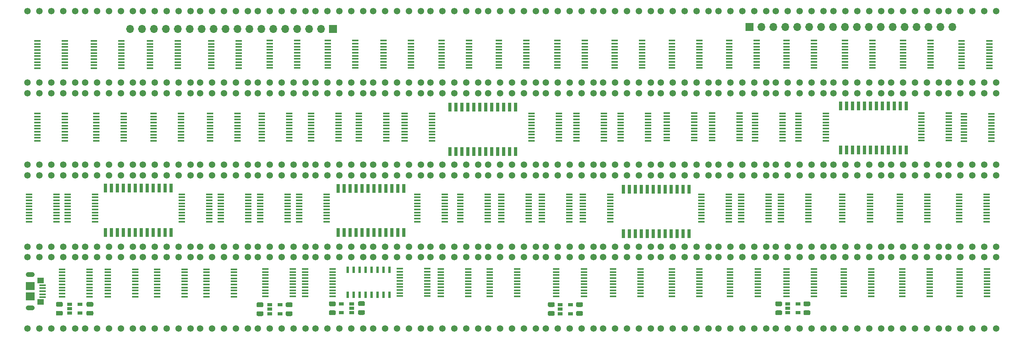
<source format=gbr>
%TF.GenerationSoftware,KiCad,Pcbnew,(5.1.10)-1*%
%TF.CreationDate,2022-03-07T16:55:32-05:00*%
%TF.ProjectId,ManySegmentDisplay,4d616e79-5365-4676-9d65-6e7444697370,rev?*%
%TF.SameCoordinates,Original*%
%TF.FileFunction,Soldermask,Bot*%
%TF.FilePolarity,Negative*%
%FSLAX46Y46*%
G04 Gerber Fmt 4.6, Leading zero omitted, Abs format (unit mm)*
G04 Created by KiCad (PCBNEW (5.1.10)-1) date 2022-03-07 16:55:32*
%MOMM*%
%LPD*%
G01*
G04 APERTURE LIST*
%ADD10R,1.454899X0.354800*%
%ADD11C,1.381000*%
%ADD12R,1.060000X0.650000*%
%ADD13R,1.450000X1.150000*%
%ADD14O,1.900000X1.050000*%
%ADD15R,1.900000X1.750000*%
%ADD16R,1.400000X0.400000*%
%ADD17O,1.700000X1.700000*%
%ADD18R,1.700000X1.700000*%
%ADD19R,0.508000X1.409700*%
%ADD20R,0.700000X1.950000*%
G04 APERTURE END LIST*
D10*
%TO.C,LA52*%
X216155452Y-77235002D03*
X216155452Y-77885001D03*
X216155452Y-78535002D03*
X216155452Y-79185001D03*
X216155452Y-79835002D03*
X216155452Y-80485001D03*
X216155452Y-81135002D03*
X216155452Y-81785001D03*
X216155452Y-82435002D03*
X216155452Y-83085000D03*
X222004548Y-83084998D03*
X222004548Y-82434999D03*
X222004548Y-81784998D03*
X222004548Y-81134999D03*
X222004548Y-80484998D03*
X222004548Y-79834999D03*
X222004548Y-79185001D03*
X222004548Y-78534999D03*
X222004548Y-77885001D03*
X222004548Y-77235000D03*
%TD*%
D11*
%TO.C,DS32*%
X152630000Y-70970000D03*
X155170000Y-70970000D03*
X157710000Y-70970000D03*
X160250000Y-70970000D03*
X162790000Y-70970000D03*
X162790000Y-86210000D03*
X160250000Y-86210000D03*
X157710000Y-86210000D03*
X155170000Y-86210000D03*
X152630000Y-86210000D03*
%TD*%
D10*
%TO.C,LA23*%
X113705452Y-125960000D03*
X113705452Y-126609999D03*
X113705452Y-127260000D03*
X113705452Y-127909999D03*
X113705452Y-128560000D03*
X113705452Y-129209999D03*
X113705452Y-129860000D03*
X113705452Y-130509999D03*
X113705452Y-131160000D03*
X113705452Y-131809998D03*
X119554548Y-131809996D03*
X119554548Y-131159997D03*
X119554548Y-130509996D03*
X119554548Y-129859997D03*
X119554548Y-129209996D03*
X119554548Y-128559997D03*
X119554548Y-127909999D03*
X119554548Y-127259997D03*
X119554548Y-126609999D03*
X119554548Y-125959998D03*
%TD*%
%TO.C,LA8*%
X80705452Y-77285002D03*
X80705452Y-77935001D03*
X80705452Y-78585002D03*
X80705452Y-79235001D03*
X80705452Y-79885002D03*
X80705452Y-80535001D03*
X80705452Y-81185002D03*
X80705452Y-81835001D03*
X80705452Y-82485002D03*
X80705452Y-83135000D03*
X86554548Y-83134998D03*
X86554548Y-82484999D03*
X86554548Y-81834998D03*
X86554548Y-81184999D03*
X86554548Y-80534998D03*
X86554548Y-79884999D03*
X86554548Y-79235001D03*
X86554548Y-78584999D03*
X86554548Y-77935001D03*
X86554548Y-77285000D03*
%TD*%
D11*
%TO.C,DS6*%
X66880000Y-105970000D03*
X69420000Y-105970000D03*
X71960000Y-105970000D03*
X74500000Y-105970000D03*
X77040000Y-105970000D03*
X77040000Y-121210000D03*
X74500000Y-121210000D03*
X71960000Y-121210000D03*
X69420000Y-121210000D03*
X66880000Y-121210000D03*
%TD*%
%TO.C,DS4*%
X66880000Y-70970000D03*
X69420000Y-70970000D03*
X71960000Y-70970000D03*
X74500000Y-70970000D03*
X77040000Y-70970000D03*
X77040000Y-86210000D03*
X74500000Y-86210000D03*
X71960000Y-86210000D03*
X69420000Y-86210000D03*
X66880000Y-86210000D03*
%TD*%
%TO.C,DS7*%
X66880000Y-123470000D03*
X69420000Y-123470000D03*
X71960000Y-123470000D03*
X74500000Y-123470000D03*
X77040000Y-123470000D03*
X77040000Y-138710000D03*
X74500000Y-138710000D03*
X71960000Y-138710000D03*
X69420000Y-138710000D03*
X66880000Y-138710000D03*
%TD*%
%TO.C,DS3*%
X54630000Y-123470000D03*
X57170000Y-123470000D03*
X59710000Y-123470000D03*
X62250000Y-123470000D03*
X64790000Y-123470000D03*
X64790000Y-138710000D03*
X62250000Y-138710000D03*
X59710000Y-138710000D03*
X57170000Y-138710000D03*
X54630000Y-138710000D03*
%TD*%
D12*
%TO.C,U105*%
X218580000Y-135310000D03*
X218580000Y-133410000D03*
X216380000Y-133410000D03*
X216380000Y-134360000D03*
X216380000Y-135310000D03*
%TD*%
%TO.C,U104*%
X170180000Y-135510000D03*
X170180000Y-133610000D03*
X167980000Y-133610000D03*
X167980000Y-134560000D03*
X167980000Y-135510000D03*
%TD*%
%TO.C,U103*%
X108380000Y-135510000D03*
X108380000Y-133610000D03*
X106180000Y-133610000D03*
X106180000Y-134560000D03*
X106180000Y-135510000D03*
%TD*%
%TO.C,U102*%
X65730000Y-135410000D03*
X65730000Y-133510000D03*
X63530000Y-133510000D03*
X63530000Y-134460000D03*
X63530000Y-135410000D03*
%TD*%
%TO.C,U101*%
X121380000Y-133410000D03*
X121380000Y-135310000D03*
X123580000Y-135310000D03*
X123580000Y-134360000D03*
X123580000Y-133410000D03*
%TD*%
D10*
%TO.C,LA67*%
X252955452Y-125960000D03*
X252955452Y-126609999D03*
X252955452Y-127260000D03*
X252955452Y-127909999D03*
X252955452Y-128560000D03*
X252955452Y-129209999D03*
X252955452Y-129860000D03*
X252955452Y-130509999D03*
X252955452Y-131160000D03*
X252955452Y-131809998D03*
X258804548Y-131809996D03*
X258804548Y-131159997D03*
X258804548Y-130509996D03*
X258804548Y-129859997D03*
X258804548Y-129209996D03*
X258804548Y-128559997D03*
X258804548Y-127909999D03*
X258804548Y-127259997D03*
X258804548Y-126609999D03*
X258804548Y-125959998D03*
%TD*%
%TO.C,LA66*%
X252880000Y-110035002D03*
X252880000Y-110685001D03*
X252880000Y-111335002D03*
X252880000Y-111985001D03*
X252880000Y-112635002D03*
X252880000Y-113285001D03*
X252880000Y-113935002D03*
X252880000Y-114585001D03*
X252880000Y-115235002D03*
X252880000Y-115885000D03*
X258729096Y-115884998D03*
X258729096Y-115234999D03*
X258729096Y-114584998D03*
X258729096Y-113934999D03*
X258729096Y-113284998D03*
X258729096Y-112634999D03*
X258729096Y-111985001D03*
X258729096Y-111334999D03*
X258729096Y-110685001D03*
X258729096Y-110035000D03*
%TD*%
%TO.C,LA65*%
X253880000Y-92835002D03*
X253880000Y-93485001D03*
X253880000Y-94135002D03*
X253880000Y-94785001D03*
X253880000Y-95435002D03*
X253880000Y-96085001D03*
X253880000Y-96735002D03*
X253880000Y-97385001D03*
X253880000Y-98035002D03*
X253880000Y-98685000D03*
X259729096Y-98684998D03*
X259729096Y-98034999D03*
X259729096Y-97384998D03*
X259729096Y-96734999D03*
X259729096Y-96084998D03*
X259729096Y-95434999D03*
X259729096Y-94785001D03*
X259729096Y-94134999D03*
X259729096Y-93485001D03*
X259729096Y-92835000D03*
%TD*%
%TO.C,LA64*%
X253430904Y-77310001D03*
X253430904Y-77960000D03*
X253430904Y-78610001D03*
X253430904Y-79260000D03*
X253430904Y-79910001D03*
X253430904Y-80560000D03*
X253430904Y-81210001D03*
X253430904Y-81860000D03*
X253430904Y-82510001D03*
X253430904Y-83159999D03*
X259280000Y-83159997D03*
X259280000Y-82509998D03*
X259280000Y-81859997D03*
X259280000Y-81209998D03*
X259280000Y-80559997D03*
X259280000Y-79909998D03*
X259280000Y-79260000D03*
X259280000Y-78609998D03*
X259280000Y-77960000D03*
X259280000Y-77309999D03*
%TD*%
%TO.C,LA63*%
X240755452Y-125960000D03*
X240755452Y-126609999D03*
X240755452Y-127260000D03*
X240755452Y-127909999D03*
X240755452Y-128560000D03*
X240755452Y-129209999D03*
X240755452Y-129860000D03*
X240755452Y-130509999D03*
X240755452Y-131160000D03*
X240755452Y-131809998D03*
X246604548Y-131809996D03*
X246604548Y-131159997D03*
X246604548Y-130509996D03*
X246604548Y-129859997D03*
X246604548Y-129209996D03*
X246604548Y-128559997D03*
X246604548Y-127909999D03*
X246604548Y-127259997D03*
X246604548Y-126609999D03*
X246604548Y-125959998D03*
%TD*%
%TO.C,LA62*%
X240280000Y-110035002D03*
X240280000Y-110685001D03*
X240280000Y-111335002D03*
X240280000Y-111985001D03*
X240280000Y-112635002D03*
X240280000Y-113285001D03*
X240280000Y-113935002D03*
X240280000Y-114585001D03*
X240280000Y-115235002D03*
X240280000Y-115885000D03*
X246129096Y-115884998D03*
X246129096Y-115234999D03*
X246129096Y-114584998D03*
X246129096Y-113934999D03*
X246129096Y-113284998D03*
X246129096Y-112634999D03*
X246129096Y-111985001D03*
X246129096Y-111334999D03*
X246129096Y-110685001D03*
X246129096Y-110035000D03*
%TD*%
%TO.C,LA61*%
X244830904Y-92710001D03*
X244830904Y-93360000D03*
X244830904Y-94010001D03*
X244830904Y-94660000D03*
X244830904Y-95310001D03*
X244830904Y-95960000D03*
X244830904Y-96610001D03*
X244830904Y-97260000D03*
X244830904Y-97910001D03*
X244830904Y-98559999D03*
X250680000Y-98559997D03*
X250680000Y-97909998D03*
X250680000Y-97259997D03*
X250680000Y-96609998D03*
X250680000Y-95959997D03*
X250680000Y-95309998D03*
X250680000Y-94660000D03*
X250680000Y-94009998D03*
X250680000Y-93360000D03*
X250680000Y-92709999D03*
%TD*%
%TO.C,LA60*%
X240955452Y-77235002D03*
X240955452Y-77885001D03*
X240955452Y-78535002D03*
X240955452Y-79185001D03*
X240955452Y-79835002D03*
X240955452Y-80485001D03*
X240955452Y-81135002D03*
X240955452Y-81785001D03*
X240955452Y-82435002D03*
X240955452Y-83085000D03*
X246804548Y-83084998D03*
X246804548Y-82434999D03*
X246804548Y-81784998D03*
X246804548Y-81134999D03*
X246804548Y-80484998D03*
X246804548Y-79834999D03*
X246804548Y-79185001D03*
X246804548Y-78534999D03*
X246804548Y-77885001D03*
X246804548Y-77235000D03*
%TD*%
%TO.C,LA59*%
X228355452Y-125960000D03*
X228355452Y-126609999D03*
X228355452Y-127260000D03*
X228355452Y-127909999D03*
X228355452Y-128560000D03*
X228355452Y-129209999D03*
X228355452Y-129860000D03*
X228355452Y-130509999D03*
X228355452Y-131160000D03*
X228355452Y-131809998D03*
X234204548Y-131809996D03*
X234204548Y-131159997D03*
X234204548Y-130509996D03*
X234204548Y-129859997D03*
X234204548Y-129209996D03*
X234204548Y-128559997D03*
X234204548Y-127909999D03*
X234204548Y-127259997D03*
X234204548Y-126609999D03*
X234204548Y-125959998D03*
%TD*%
%TO.C,LA58*%
X228030904Y-110035002D03*
X228030904Y-110685001D03*
X228030904Y-111335002D03*
X228030904Y-111985001D03*
X228030904Y-112635002D03*
X228030904Y-113285001D03*
X228030904Y-113935002D03*
X228030904Y-114585001D03*
X228030904Y-115235002D03*
X228030904Y-115885000D03*
X233880000Y-115884998D03*
X233880000Y-115234999D03*
X233880000Y-114584998D03*
X233880000Y-113934999D03*
X233880000Y-113284998D03*
X233880000Y-112634999D03*
X233880000Y-111985001D03*
X233880000Y-111334999D03*
X233880000Y-110685001D03*
X233880000Y-110035000D03*
%TD*%
%TO.C,LA57*%
X218680000Y-92760000D03*
X218680000Y-93409999D03*
X218680000Y-94060000D03*
X218680000Y-94709999D03*
X218680000Y-95360000D03*
X218680000Y-96009999D03*
X218680000Y-96660000D03*
X218680000Y-97309999D03*
X218680000Y-97960000D03*
X218680000Y-98609998D03*
X224529096Y-98609996D03*
X224529096Y-97959997D03*
X224529096Y-97309996D03*
X224529096Y-96659997D03*
X224529096Y-96009996D03*
X224529096Y-95359997D03*
X224529096Y-94709999D03*
X224529096Y-94059997D03*
X224529096Y-93409999D03*
X224529096Y-92759998D03*
%TD*%
%TO.C,LA56*%
X228555452Y-77235002D03*
X228555452Y-77885001D03*
X228555452Y-78535002D03*
X228555452Y-79185001D03*
X228555452Y-79835002D03*
X228555452Y-80485001D03*
X228555452Y-81135002D03*
X228555452Y-81785001D03*
X228555452Y-82435002D03*
X228555452Y-83085000D03*
X234404548Y-83084998D03*
X234404548Y-82434999D03*
X234404548Y-81784998D03*
X234404548Y-81134999D03*
X234404548Y-80484998D03*
X234404548Y-79834999D03*
X234404548Y-79185001D03*
X234404548Y-78534999D03*
X234404548Y-77885001D03*
X234404548Y-77235000D03*
%TD*%
%TO.C,LA55*%
X216155452Y-125960000D03*
X216155452Y-126609999D03*
X216155452Y-127260000D03*
X216155452Y-127909999D03*
X216155452Y-128560000D03*
X216155452Y-129209999D03*
X216155452Y-129860000D03*
X216155452Y-130509999D03*
X216155452Y-131160000D03*
X216155452Y-131809998D03*
X222004548Y-131809996D03*
X222004548Y-131159997D03*
X222004548Y-130509996D03*
X222004548Y-129859997D03*
X222004548Y-129209996D03*
X222004548Y-128559997D03*
X222004548Y-127909999D03*
X222004548Y-127259997D03*
X222004548Y-126609999D03*
X222004548Y-125959998D03*
%TD*%
%TO.C,LA54*%
X214955452Y-110035002D03*
X214955452Y-110685001D03*
X214955452Y-111335002D03*
X214955452Y-111985001D03*
X214955452Y-112635002D03*
X214955452Y-113285001D03*
X214955452Y-113935002D03*
X214955452Y-114585001D03*
X214955452Y-115235002D03*
X214955452Y-115885000D03*
X220804548Y-115884998D03*
X220804548Y-115234999D03*
X220804548Y-114584998D03*
X220804548Y-113934999D03*
X220804548Y-113284998D03*
X220804548Y-112634999D03*
X220804548Y-111985001D03*
X220804548Y-111334999D03*
X220804548Y-110685001D03*
X220804548Y-110035000D03*
%TD*%
%TO.C,LA53*%
X209480000Y-92760000D03*
X209480000Y-93409999D03*
X209480000Y-94060000D03*
X209480000Y-94709999D03*
X209480000Y-95360000D03*
X209480000Y-96009999D03*
X209480000Y-96660000D03*
X209480000Y-97309999D03*
X209480000Y-97960000D03*
X209480000Y-98609998D03*
X215329096Y-98609996D03*
X215329096Y-97959997D03*
X215329096Y-97309996D03*
X215329096Y-96659997D03*
X215329096Y-96009996D03*
X215329096Y-95359997D03*
X215329096Y-94709999D03*
X215329096Y-94059997D03*
X215329096Y-93409999D03*
X215329096Y-92759998D03*
%TD*%
%TO.C,LA51*%
X204155452Y-125960000D03*
X204155452Y-126609999D03*
X204155452Y-127260000D03*
X204155452Y-127909999D03*
X204155452Y-128560000D03*
X204155452Y-129209999D03*
X204155452Y-129860000D03*
X204155452Y-130509999D03*
X204155452Y-131160000D03*
X204155452Y-131809998D03*
X210004548Y-131809996D03*
X210004548Y-131159997D03*
X210004548Y-130509996D03*
X210004548Y-129859997D03*
X210004548Y-129209996D03*
X210004548Y-128559997D03*
X210004548Y-127909999D03*
X210004548Y-127259997D03*
X210004548Y-126609999D03*
X210004548Y-125959998D03*
%TD*%
%TO.C,LA50*%
X206480000Y-110035002D03*
X206480000Y-110685001D03*
X206480000Y-111335002D03*
X206480000Y-111985001D03*
X206480000Y-112635002D03*
X206480000Y-113285001D03*
X206480000Y-113935002D03*
X206480000Y-114585001D03*
X206480000Y-115235002D03*
X206480000Y-115885000D03*
X212329096Y-115884998D03*
X212329096Y-115234999D03*
X212329096Y-114584998D03*
X212329096Y-113934999D03*
X212329096Y-113284998D03*
X212329096Y-112634999D03*
X212329096Y-111985001D03*
X212329096Y-111334999D03*
X212329096Y-110685001D03*
X212329096Y-110035000D03*
%TD*%
%TO.C,LA49*%
X200280000Y-92710002D03*
X200280000Y-93360001D03*
X200280000Y-94010002D03*
X200280000Y-94660001D03*
X200280000Y-95310002D03*
X200280000Y-95960001D03*
X200280000Y-96610002D03*
X200280000Y-97260001D03*
X200280000Y-97910002D03*
X200280000Y-98560000D03*
X206129096Y-98559998D03*
X206129096Y-97909999D03*
X206129096Y-97259998D03*
X206129096Y-96609999D03*
X206129096Y-95959998D03*
X206129096Y-95309999D03*
X206129096Y-94660001D03*
X206129096Y-94009999D03*
X206129096Y-93360001D03*
X206129096Y-92710000D03*
%TD*%
%TO.C,LA48*%
X203955452Y-77235002D03*
X203955452Y-77885001D03*
X203955452Y-78535002D03*
X203955452Y-79185001D03*
X203955452Y-79835002D03*
X203955452Y-80485001D03*
X203955452Y-81135002D03*
X203955452Y-81785001D03*
X203955452Y-82435002D03*
X203955452Y-83085000D03*
X209804548Y-83084998D03*
X209804548Y-82434999D03*
X209804548Y-81784998D03*
X209804548Y-81134999D03*
X209804548Y-80484998D03*
X209804548Y-79834999D03*
X209804548Y-79185001D03*
X209804548Y-78534999D03*
X209804548Y-77885001D03*
X209804548Y-77235000D03*
%TD*%
%TO.C,LA47*%
X191755452Y-125960000D03*
X191755452Y-126609999D03*
X191755452Y-127260000D03*
X191755452Y-127909999D03*
X191755452Y-128560000D03*
X191755452Y-129209999D03*
X191755452Y-129860000D03*
X191755452Y-130509999D03*
X191755452Y-131160000D03*
X191755452Y-131809998D03*
X197604548Y-131809996D03*
X197604548Y-131159997D03*
X197604548Y-130509996D03*
X197604548Y-129859997D03*
X197604548Y-129209996D03*
X197604548Y-128559997D03*
X197604548Y-127909999D03*
X197604548Y-127259997D03*
X197604548Y-126609999D03*
X197604548Y-125959998D03*
%TD*%
%TO.C,LA46*%
X198030904Y-110035002D03*
X198030904Y-110685001D03*
X198030904Y-111335002D03*
X198030904Y-111985001D03*
X198030904Y-112635002D03*
X198030904Y-113285001D03*
X198030904Y-113935002D03*
X198030904Y-114585001D03*
X198030904Y-115235002D03*
X198030904Y-115885000D03*
X203880000Y-115884998D03*
X203880000Y-115234999D03*
X203880000Y-114584998D03*
X203880000Y-113934999D03*
X203880000Y-113284998D03*
X203880000Y-112634999D03*
X203880000Y-111985001D03*
X203880000Y-111334999D03*
X203880000Y-110685001D03*
X203880000Y-110035000D03*
%TD*%
%TO.C,LA45*%
X190680000Y-92710002D03*
X190680000Y-93360001D03*
X190680000Y-94010002D03*
X190680000Y-94660001D03*
X190680000Y-95310002D03*
X190680000Y-95960001D03*
X190680000Y-96610002D03*
X190680000Y-97260001D03*
X190680000Y-97910002D03*
X190680000Y-98560000D03*
X196529096Y-98559998D03*
X196529096Y-97909999D03*
X196529096Y-97259998D03*
X196529096Y-96609999D03*
X196529096Y-95959998D03*
X196529096Y-95309999D03*
X196529096Y-94660001D03*
X196529096Y-94009999D03*
X196529096Y-93360001D03*
X196529096Y-92710000D03*
%TD*%
%TO.C,LA44*%
X191755452Y-77235002D03*
X191755452Y-77885001D03*
X191755452Y-78535002D03*
X191755452Y-79185001D03*
X191755452Y-79835002D03*
X191755452Y-80485001D03*
X191755452Y-81135002D03*
X191755452Y-81785001D03*
X191755452Y-82435002D03*
X191755452Y-83085000D03*
X197604548Y-83084998D03*
X197604548Y-82434999D03*
X197604548Y-81784998D03*
X197604548Y-81134999D03*
X197604548Y-80484998D03*
X197604548Y-79834999D03*
X197604548Y-79185001D03*
X197604548Y-78534999D03*
X197604548Y-77885001D03*
X197604548Y-77235000D03*
%TD*%
%TO.C,LA43*%
X179230904Y-125960000D03*
X179230904Y-126609999D03*
X179230904Y-127260000D03*
X179230904Y-127909999D03*
X179230904Y-128560000D03*
X179230904Y-129209999D03*
X179230904Y-129860000D03*
X179230904Y-130509999D03*
X179230904Y-131160000D03*
X179230904Y-131809998D03*
X185080000Y-131809996D03*
X185080000Y-131159997D03*
X185080000Y-130509996D03*
X185080000Y-129859997D03*
X185080000Y-129209996D03*
X185080000Y-128559997D03*
X185080000Y-127909999D03*
X185080000Y-127259997D03*
X185080000Y-126609999D03*
X185080000Y-125959998D03*
%TD*%
%TO.C,LA42*%
X172755452Y-110035002D03*
X172755452Y-110685001D03*
X172755452Y-111335002D03*
X172755452Y-111985001D03*
X172755452Y-112635002D03*
X172755452Y-113285001D03*
X172755452Y-113935002D03*
X172755452Y-114585001D03*
X172755452Y-115235002D03*
X172755452Y-115885000D03*
X178604548Y-115884998D03*
X178604548Y-115234999D03*
X178604548Y-114584998D03*
X178604548Y-113934999D03*
X178604548Y-113284998D03*
X178604548Y-112634999D03*
X178604548Y-111985001D03*
X178604548Y-111334999D03*
X178604548Y-110685001D03*
X178604548Y-110035000D03*
%TD*%
%TO.C,LA41*%
X180830904Y-92760002D03*
X180830904Y-93410001D03*
X180830904Y-94060002D03*
X180830904Y-94710001D03*
X180830904Y-95360002D03*
X180830904Y-96010001D03*
X180830904Y-96660002D03*
X180830904Y-97310001D03*
X180830904Y-97960002D03*
X180830904Y-98610000D03*
X186680000Y-98609998D03*
X186680000Y-97959999D03*
X186680000Y-97309998D03*
X186680000Y-96659999D03*
X186680000Y-96009998D03*
X186680000Y-95359999D03*
X186680000Y-94710001D03*
X186680000Y-94059999D03*
X186680000Y-93410001D03*
X186680000Y-92760000D03*
%TD*%
%TO.C,LA40*%
X179555452Y-77235002D03*
X179555452Y-77885001D03*
X179555452Y-78535002D03*
X179555452Y-79185001D03*
X179555452Y-79835002D03*
X179555452Y-80485001D03*
X179555452Y-81135002D03*
X179555452Y-81785001D03*
X179555452Y-82435002D03*
X179555452Y-83085000D03*
X185404548Y-83084998D03*
X185404548Y-82434999D03*
X185404548Y-81784998D03*
X185404548Y-81134999D03*
X185404548Y-80484998D03*
X185404548Y-79834999D03*
X185404548Y-79185001D03*
X185404548Y-78534999D03*
X185404548Y-77885001D03*
X185404548Y-77235000D03*
%TD*%
%TO.C,LA39*%
X167155452Y-125960000D03*
X167155452Y-126609999D03*
X167155452Y-127260000D03*
X167155452Y-127909999D03*
X167155452Y-128560000D03*
X167155452Y-129209999D03*
X167155452Y-129860000D03*
X167155452Y-130509999D03*
X167155452Y-131160000D03*
X167155452Y-131809998D03*
X173004548Y-131809996D03*
X173004548Y-131159997D03*
X173004548Y-130509996D03*
X173004548Y-129859997D03*
X173004548Y-129209996D03*
X173004548Y-128559997D03*
X173004548Y-127909999D03*
X173004548Y-127259997D03*
X173004548Y-126609999D03*
X173004548Y-125959998D03*
%TD*%
%TO.C,LA38*%
X164030904Y-110035002D03*
X164030904Y-110685001D03*
X164030904Y-111335002D03*
X164030904Y-111985001D03*
X164030904Y-112635002D03*
X164030904Y-113285001D03*
X164030904Y-113935002D03*
X164030904Y-114585001D03*
X164030904Y-115235002D03*
X164030904Y-115885000D03*
X169880000Y-115884998D03*
X169880000Y-115234999D03*
X169880000Y-114584998D03*
X169880000Y-113934999D03*
X169880000Y-113284998D03*
X169880000Y-112634999D03*
X169880000Y-111985001D03*
X169880000Y-111334999D03*
X169880000Y-110685001D03*
X169880000Y-110035000D03*
%TD*%
%TO.C,LA37*%
X171430904Y-92760000D03*
X171430904Y-93409999D03*
X171430904Y-94060000D03*
X171430904Y-94709999D03*
X171430904Y-95360000D03*
X171430904Y-96009999D03*
X171430904Y-96660000D03*
X171430904Y-97309999D03*
X171430904Y-97960000D03*
X171430904Y-98609998D03*
X177280000Y-98609996D03*
X177280000Y-97959997D03*
X177280000Y-97309996D03*
X177280000Y-96659997D03*
X177280000Y-96009996D03*
X177280000Y-95359997D03*
X177280000Y-94709999D03*
X177280000Y-94059997D03*
X177280000Y-93409999D03*
X177280000Y-92759998D03*
%TD*%
%TO.C,LA36*%
X167355452Y-77235002D03*
X167355452Y-77885001D03*
X167355452Y-78535002D03*
X167355452Y-79185001D03*
X167355452Y-79835002D03*
X167355452Y-80485001D03*
X167355452Y-81135002D03*
X167355452Y-81785001D03*
X167355452Y-82435002D03*
X167355452Y-83085000D03*
X173204548Y-83084998D03*
X173204548Y-82434999D03*
X173204548Y-81784998D03*
X173204548Y-81134999D03*
X173204548Y-80484998D03*
X173204548Y-79834999D03*
X173204548Y-79185001D03*
X173204548Y-78534999D03*
X173204548Y-77885001D03*
X173204548Y-77235000D03*
%TD*%
%TO.C,LA35*%
X152955452Y-125960000D03*
X152955452Y-126609999D03*
X152955452Y-127260000D03*
X152955452Y-127909999D03*
X152955452Y-128560000D03*
X152955452Y-129209999D03*
X152955452Y-129860000D03*
X152955452Y-130509999D03*
X152955452Y-131160000D03*
X152955452Y-131809998D03*
X158804548Y-131809996D03*
X158804548Y-131159997D03*
X158804548Y-130509996D03*
X158804548Y-129859997D03*
X158804548Y-129209996D03*
X158804548Y-128559997D03*
X158804548Y-127909999D03*
X158804548Y-127259997D03*
X158804548Y-126609999D03*
X158804548Y-125959998D03*
%TD*%
%TO.C,LA34*%
X155430904Y-110035002D03*
X155430904Y-110685001D03*
X155430904Y-111335002D03*
X155430904Y-111985001D03*
X155430904Y-112635002D03*
X155430904Y-113285001D03*
X155430904Y-113935002D03*
X155430904Y-114585001D03*
X155430904Y-115235002D03*
X155430904Y-115885000D03*
X161280000Y-115884998D03*
X161280000Y-115234999D03*
X161280000Y-114584998D03*
X161280000Y-113934999D03*
X161280000Y-113284998D03*
X161280000Y-112634999D03*
X161280000Y-111985001D03*
X161280000Y-111334999D03*
X161280000Y-110685001D03*
X161280000Y-110035000D03*
%TD*%
%TO.C,LA33*%
X161880000Y-92760002D03*
X161880000Y-93410001D03*
X161880000Y-94060002D03*
X161880000Y-94710001D03*
X161880000Y-95360002D03*
X161880000Y-96010001D03*
X161880000Y-96660002D03*
X161880000Y-97310001D03*
X161880000Y-97960002D03*
X161880000Y-98610000D03*
X167729096Y-98609998D03*
X167729096Y-97959999D03*
X167729096Y-97309998D03*
X167729096Y-96659999D03*
X167729096Y-96009998D03*
X167729096Y-95359999D03*
X167729096Y-94710001D03*
X167729096Y-94059999D03*
X167729096Y-93410001D03*
X167729096Y-92760000D03*
%TD*%
%TO.C,LA32*%
X154955452Y-77235002D03*
X154955452Y-77885001D03*
X154955452Y-78535002D03*
X154955452Y-79185001D03*
X154955452Y-79835002D03*
X154955452Y-80485001D03*
X154955452Y-81135002D03*
X154955452Y-81785001D03*
X154955452Y-82435002D03*
X154955452Y-83085000D03*
X160804548Y-83084998D03*
X160804548Y-82434999D03*
X160804548Y-81784998D03*
X160804548Y-81134999D03*
X160804548Y-80484998D03*
X160804548Y-79834999D03*
X160804548Y-79185001D03*
X160804548Y-78534999D03*
X160804548Y-77885001D03*
X160804548Y-77235000D03*
%TD*%
%TO.C,LA31*%
X142555452Y-125960000D03*
X142555452Y-126609999D03*
X142555452Y-127260000D03*
X142555452Y-127909999D03*
X142555452Y-128560000D03*
X142555452Y-129209999D03*
X142555452Y-129860000D03*
X142555452Y-130509999D03*
X142555452Y-131160000D03*
X142555452Y-131809998D03*
X148404548Y-131809996D03*
X148404548Y-131159997D03*
X148404548Y-130509996D03*
X148404548Y-129859997D03*
X148404548Y-129209996D03*
X148404548Y-128559997D03*
X148404548Y-127909999D03*
X148404548Y-127259997D03*
X148404548Y-126609999D03*
X148404548Y-125959998D03*
%TD*%
%TO.C,LA30*%
X146680000Y-110035002D03*
X146680000Y-110685001D03*
X146680000Y-111335002D03*
X146680000Y-111985001D03*
X146680000Y-112635002D03*
X146680000Y-113285001D03*
X146680000Y-113935002D03*
X146680000Y-114585001D03*
X146680000Y-115235002D03*
X146680000Y-115885000D03*
X152529096Y-115884998D03*
X152529096Y-115234999D03*
X152529096Y-114584998D03*
X152529096Y-113934999D03*
X152529096Y-113284998D03*
X152529096Y-112634999D03*
X152529096Y-111985001D03*
X152529096Y-111334999D03*
X152529096Y-110685001D03*
X152529096Y-110035000D03*
%TD*%
%TO.C,LA29*%
X134880000Y-92760000D03*
X134880000Y-93409999D03*
X134880000Y-94060000D03*
X134880000Y-94709999D03*
X134880000Y-95360000D03*
X134880000Y-96009999D03*
X134880000Y-96660000D03*
X134880000Y-97309999D03*
X134880000Y-97960000D03*
X134880000Y-98609998D03*
X140729096Y-98609996D03*
X140729096Y-97959997D03*
X140729096Y-97309996D03*
X140729096Y-96659997D03*
X140729096Y-96009996D03*
X140729096Y-95359997D03*
X140729096Y-94709999D03*
X140729096Y-94059997D03*
X140729096Y-93409999D03*
X140729096Y-92759998D03*
%TD*%
%TO.C,LA28*%
X142755452Y-77235002D03*
X142755452Y-77885001D03*
X142755452Y-78535002D03*
X142755452Y-79185001D03*
X142755452Y-79835002D03*
X142755452Y-80485001D03*
X142755452Y-81135002D03*
X142755452Y-81785001D03*
X142755452Y-82435002D03*
X142755452Y-83085000D03*
X148604548Y-83084998D03*
X148604548Y-82434999D03*
X148604548Y-81784998D03*
X148604548Y-81134999D03*
X148604548Y-80484998D03*
X148604548Y-79834999D03*
X148604548Y-79185001D03*
X148604548Y-78534999D03*
X148604548Y-77885001D03*
X148604548Y-77235000D03*
%TD*%
%TO.C,LA27*%
X133830904Y-125910001D03*
X133830904Y-126560000D03*
X133830904Y-127210001D03*
X133830904Y-127860000D03*
X133830904Y-128510001D03*
X133830904Y-129160000D03*
X133830904Y-129810001D03*
X133830904Y-130460000D03*
X133830904Y-131110001D03*
X133830904Y-131759999D03*
X139680000Y-131759997D03*
X139680000Y-131109998D03*
X139680000Y-130459997D03*
X139680000Y-129809998D03*
X139680000Y-129159997D03*
X139680000Y-128509998D03*
X139680000Y-127860000D03*
X139680000Y-127209998D03*
X139680000Y-126560000D03*
X139680000Y-125909999D03*
%TD*%
%TO.C,LA26*%
X137555452Y-110035002D03*
X137555452Y-110685001D03*
X137555452Y-111335002D03*
X137555452Y-111985001D03*
X137555452Y-112635002D03*
X137555452Y-113285001D03*
X137555452Y-113935002D03*
X137555452Y-114585001D03*
X137555452Y-115235002D03*
X137555452Y-115885000D03*
X143404548Y-115884998D03*
X143404548Y-115234999D03*
X143404548Y-114584998D03*
X143404548Y-113934999D03*
X143404548Y-113284998D03*
X143404548Y-112634999D03*
X143404548Y-111985001D03*
X143404548Y-111334999D03*
X143404548Y-110685001D03*
X143404548Y-110035000D03*
%TD*%
%TO.C,LA25*%
X125080000Y-92760000D03*
X125080000Y-93409999D03*
X125080000Y-94060000D03*
X125080000Y-94709999D03*
X125080000Y-95360000D03*
X125080000Y-96009999D03*
X125080000Y-96660000D03*
X125080000Y-97309999D03*
X125080000Y-97960000D03*
X125080000Y-98609998D03*
X130929096Y-98609996D03*
X130929096Y-97959997D03*
X130929096Y-97309996D03*
X130929096Y-96659997D03*
X130929096Y-96009996D03*
X130929096Y-95359997D03*
X130929096Y-94709999D03*
X130929096Y-94059997D03*
X130929096Y-93409999D03*
X130929096Y-92759998D03*
%TD*%
%TO.C,LA24*%
X130355452Y-77235002D03*
X130355452Y-77885001D03*
X130355452Y-78535002D03*
X130355452Y-79185001D03*
X130355452Y-79835002D03*
X130355452Y-80485001D03*
X130355452Y-81135002D03*
X130355452Y-81785001D03*
X130355452Y-82435002D03*
X130355452Y-83085000D03*
X136204548Y-83084998D03*
X136204548Y-82434999D03*
X136204548Y-81784998D03*
X136204548Y-81134999D03*
X136204548Y-80484998D03*
X136204548Y-79834999D03*
X136204548Y-79185001D03*
X136204548Y-78534999D03*
X136204548Y-77885001D03*
X136204548Y-77235000D03*
%TD*%
%TO.C,LA22*%
X112430904Y-110035002D03*
X112430904Y-110685001D03*
X112430904Y-111335002D03*
X112430904Y-111985001D03*
X112430904Y-112635002D03*
X112430904Y-113285001D03*
X112430904Y-113935002D03*
X112430904Y-114585001D03*
X112430904Y-115235002D03*
X112430904Y-115885000D03*
X118280000Y-115884998D03*
X118280000Y-115234999D03*
X118280000Y-114584998D03*
X118280000Y-113934999D03*
X118280000Y-113284998D03*
X118280000Y-112634999D03*
X118280000Y-111985001D03*
X118280000Y-111334999D03*
X118280000Y-110685001D03*
X118280000Y-110035000D03*
%TD*%
%TO.C,LA21*%
X114955452Y-92760000D03*
X114955452Y-93409999D03*
X114955452Y-94060000D03*
X114955452Y-94709999D03*
X114955452Y-95360000D03*
X114955452Y-96009999D03*
X114955452Y-96660000D03*
X114955452Y-97309999D03*
X114955452Y-97960000D03*
X114955452Y-98609998D03*
X120804548Y-98609996D03*
X120804548Y-97959997D03*
X120804548Y-97309996D03*
X120804548Y-96659997D03*
X120804548Y-96009996D03*
X120804548Y-95359997D03*
X120804548Y-94709999D03*
X120804548Y-94059997D03*
X120804548Y-93409999D03*
X120804548Y-92759998D03*
%TD*%
%TO.C,LA20*%
X118480000Y-77235002D03*
X118480000Y-77885001D03*
X118480000Y-78535002D03*
X118480000Y-79185001D03*
X118480000Y-79835002D03*
X118480000Y-80485001D03*
X118480000Y-81135002D03*
X118480000Y-81785001D03*
X118480000Y-82435002D03*
X118480000Y-83085000D03*
X124329096Y-83084998D03*
X124329096Y-82434999D03*
X124329096Y-81784998D03*
X124329096Y-81134999D03*
X124329096Y-80484998D03*
X124329096Y-79834999D03*
X124329096Y-79185001D03*
X124329096Y-78534999D03*
X124329096Y-77885001D03*
X124329096Y-77235000D03*
%TD*%
%TO.C,LA19*%
X105205452Y-125960000D03*
X105205452Y-126609999D03*
X105205452Y-127260000D03*
X105205452Y-127909999D03*
X105205452Y-128560000D03*
X105205452Y-129209999D03*
X105205452Y-129860000D03*
X105205452Y-130509999D03*
X105205452Y-131160000D03*
X105205452Y-131809998D03*
X111054548Y-131809996D03*
X111054548Y-131159997D03*
X111054548Y-130509996D03*
X111054548Y-129859997D03*
X111054548Y-129209996D03*
X111054548Y-128559997D03*
X111054548Y-127909999D03*
X111054548Y-127259997D03*
X111054548Y-126609999D03*
X111054548Y-125959998D03*
%TD*%
%TO.C,LA18*%
X104130000Y-110035002D03*
X104130000Y-110685001D03*
X104130000Y-111335002D03*
X104130000Y-111985001D03*
X104130000Y-112635002D03*
X104130000Y-113285001D03*
X104130000Y-113935002D03*
X104130000Y-114585001D03*
X104130000Y-115235002D03*
X104130000Y-115885000D03*
X109979096Y-115884998D03*
X109979096Y-115234999D03*
X109979096Y-114584998D03*
X109979096Y-113934999D03*
X109979096Y-113284998D03*
X109979096Y-112634999D03*
X109979096Y-111985001D03*
X109979096Y-111334999D03*
X109979096Y-110685001D03*
X109979096Y-110035000D03*
%TD*%
%TO.C,LA17*%
X104480000Y-92760000D03*
X104480000Y-93409999D03*
X104480000Y-94060000D03*
X104480000Y-94709999D03*
X104480000Y-95360000D03*
X104480000Y-96009999D03*
X104480000Y-96660000D03*
X104480000Y-97309999D03*
X104480000Y-97960000D03*
X104480000Y-98609998D03*
X110329096Y-98609996D03*
X110329096Y-97959997D03*
X110329096Y-97309996D03*
X110329096Y-96659997D03*
X110329096Y-96009996D03*
X110329096Y-95359997D03*
X110329096Y-94709999D03*
X110329096Y-94059997D03*
X110329096Y-93409999D03*
X110329096Y-92759998D03*
%TD*%
%TO.C,LA16*%
X106155452Y-77235002D03*
X106155452Y-77885001D03*
X106155452Y-78535002D03*
X106155452Y-79185001D03*
X106155452Y-79835002D03*
X106155452Y-80485001D03*
X106155452Y-81135002D03*
X106155452Y-81785001D03*
X106155452Y-82435002D03*
X106155452Y-83085000D03*
X112004548Y-83084998D03*
X112004548Y-82434999D03*
X112004548Y-81784998D03*
X112004548Y-81134999D03*
X112004548Y-80484998D03*
X112004548Y-79834999D03*
X112004548Y-79185001D03*
X112004548Y-78534999D03*
X112004548Y-77885001D03*
X112004548Y-77235000D03*
%TD*%
%TO.C,LA15*%
X92705452Y-126035002D03*
X92705452Y-126685001D03*
X92705452Y-127335002D03*
X92705452Y-127985001D03*
X92705452Y-128635002D03*
X92705452Y-129285001D03*
X92705452Y-129935002D03*
X92705452Y-130585001D03*
X92705452Y-131235002D03*
X92705452Y-131885000D03*
X98554548Y-131884998D03*
X98554548Y-131234999D03*
X98554548Y-130584998D03*
X98554548Y-129934999D03*
X98554548Y-129284998D03*
X98554548Y-128634999D03*
X98554548Y-127985001D03*
X98554548Y-127334999D03*
X98554548Y-126685001D03*
X98554548Y-126035000D03*
%TD*%
%TO.C,LA14*%
X95705452Y-110035002D03*
X95705452Y-110685001D03*
X95705452Y-111335002D03*
X95705452Y-111985001D03*
X95705452Y-112635002D03*
X95705452Y-113285001D03*
X95705452Y-113935002D03*
X95705452Y-114585001D03*
X95705452Y-115235002D03*
X95705452Y-115885000D03*
X101554548Y-115884998D03*
X101554548Y-115234999D03*
X101554548Y-114584998D03*
X101554548Y-113934999D03*
X101554548Y-113284998D03*
X101554548Y-112634999D03*
X101554548Y-111985001D03*
X101554548Y-111334999D03*
X101554548Y-110685001D03*
X101554548Y-110035000D03*
%TD*%
%TO.C,LA13*%
X93455452Y-92785002D03*
X93455452Y-93435001D03*
X93455452Y-94085002D03*
X93455452Y-94735001D03*
X93455452Y-95385002D03*
X93455452Y-96035001D03*
X93455452Y-96685002D03*
X93455452Y-97335001D03*
X93455452Y-97985002D03*
X93455452Y-98635000D03*
X99304548Y-98634998D03*
X99304548Y-97984999D03*
X99304548Y-97334998D03*
X99304548Y-96684999D03*
X99304548Y-96034998D03*
X99304548Y-95384999D03*
X99304548Y-94735001D03*
X99304548Y-94084999D03*
X99304548Y-93435001D03*
X99304548Y-92785000D03*
%TD*%
%TO.C,LA12*%
X93705452Y-77285002D03*
X93705452Y-77935001D03*
X93705452Y-78585002D03*
X93705452Y-79235001D03*
X93705452Y-79885002D03*
X93705452Y-80535001D03*
X93705452Y-81185002D03*
X93705452Y-81835001D03*
X93705452Y-82485002D03*
X93705452Y-83135000D03*
X99554548Y-83134998D03*
X99554548Y-82484999D03*
X99554548Y-81834998D03*
X99554548Y-81184999D03*
X99554548Y-80534998D03*
X99554548Y-79884999D03*
X99554548Y-79235001D03*
X99554548Y-78584999D03*
X99554548Y-77935001D03*
X99554548Y-77285000D03*
%TD*%
%TO.C,LA11*%
X82205452Y-126035002D03*
X82205452Y-126685001D03*
X82205452Y-127335002D03*
X82205452Y-127985001D03*
X82205452Y-128635002D03*
X82205452Y-129285001D03*
X82205452Y-129935002D03*
X82205452Y-130585001D03*
X82205452Y-131235002D03*
X82205452Y-131885000D03*
X88054548Y-131884998D03*
X88054548Y-131234999D03*
X88054548Y-130584998D03*
X88054548Y-129934999D03*
X88054548Y-129284998D03*
X88054548Y-128634999D03*
X88054548Y-127985001D03*
X88054548Y-127334999D03*
X88054548Y-126685001D03*
X88054548Y-126035000D03*
%TD*%
%TO.C,LA10*%
X87455452Y-110035002D03*
X87455452Y-110685001D03*
X87455452Y-111335002D03*
X87455452Y-111985001D03*
X87455452Y-112635002D03*
X87455452Y-113285001D03*
X87455452Y-113935002D03*
X87455452Y-114585001D03*
X87455452Y-115235002D03*
X87455452Y-115885000D03*
X93304548Y-115884998D03*
X93304548Y-115234999D03*
X93304548Y-114584998D03*
X93304548Y-113934999D03*
X93304548Y-113284998D03*
X93304548Y-112634999D03*
X93304548Y-111985001D03*
X93304548Y-111334999D03*
X93304548Y-110685001D03*
X93304548Y-110035000D03*
%TD*%
%TO.C,LA9*%
X81455452Y-92785002D03*
X81455452Y-93435001D03*
X81455452Y-94085002D03*
X81455452Y-94735001D03*
X81455452Y-95385002D03*
X81455452Y-96035001D03*
X81455452Y-96685002D03*
X81455452Y-97335001D03*
X81455452Y-97985002D03*
X81455452Y-98635000D03*
X87304548Y-98634998D03*
X87304548Y-97984999D03*
X87304548Y-97334998D03*
X87304548Y-96684999D03*
X87304548Y-96034998D03*
X87304548Y-95384999D03*
X87304548Y-94735001D03*
X87304548Y-94084999D03*
X87304548Y-93435001D03*
X87304548Y-92785000D03*
%TD*%
%TO.C,LA7*%
X71705452Y-126035002D03*
X71705452Y-126685001D03*
X71705452Y-127335002D03*
X71705452Y-127985001D03*
X71705452Y-128635002D03*
X71705452Y-129285001D03*
X71705452Y-129935002D03*
X71705452Y-130585001D03*
X71705452Y-131235002D03*
X71705452Y-131885000D03*
X77554548Y-131884998D03*
X77554548Y-131234999D03*
X77554548Y-130584998D03*
X77554548Y-129934999D03*
X77554548Y-129284998D03*
X77554548Y-128634999D03*
X77554548Y-127985001D03*
X77554548Y-127334999D03*
X77554548Y-126685001D03*
X77554548Y-126035000D03*
%TD*%
%TO.C,LA6*%
X68979096Y-110035000D03*
X68979096Y-110685001D03*
X68979096Y-111334999D03*
X68979096Y-111985001D03*
X68979096Y-112634999D03*
X68979096Y-113284998D03*
X68979096Y-113934999D03*
X68979096Y-114584998D03*
X68979096Y-115234999D03*
X68979096Y-115884998D03*
X63130000Y-115885000D03*
X63130000Y-115235002D03*
X63130000Y-114585001D03*
X63130000Y-113935002D03*
X63130000Y-113285001D03*
X63130000Y-112635002D03*
X63130000Y-111985001D03*
X63130000Y-111335002D03*
X63130000Y-110685001D03*
X63130000Y-110035002D03*
%TD*%
%TO.C,LA5*%
X69205452Y-92785002D03*
X69205452Y-93435001D03*
X69205452Y-94085002D03*
X69205452Y-94735001D03*
X69205452Y-95385002D03*
X69205452Y-96035001D03*
X69205452Y-96685002D03*
X69205452Y-97335001D03*
X69205452Y-97985002D03*
X69205452Y-98635000D03*
X75054548Y-98634998D03*
X75054548Y-97984999D03*
X75054548Y-97334998D03*
X75054548Y-96684999D03*
X75054548Y-96034998D03*
X75054548Y-95384999D03*
X75054548Y-94735001D03*
X75054548Y-94084999D03*
X75054548Y-93435001D03*
X75054548Y-92785000D03*
%TD*%
%TO.C,LA4*%
X68705452Y-77285002D03*
X68705452Y-77935001D03*
X68705452Y-78585002D03*
X68705452Y-79235001D03*
X68705452Y-79885002D03*
X68705452Y-80535001D03*
X68705452Y-81185002D03*
X68705452Y-81835001D03*
X68705452Y-82485002D03*
X68705452Y-83135000D03*
X74554548Y-83134998D03*
X74554548Y-82484999D03*
X74554548Y-81834998D03*
X74554548Y-81184999D03*
X74554548Y-80534998D03*
X74554548Y-79884999D03*
X74554548Y-79235001D03*
X74554548Y-78584999D03*
X74554548Y-77935001D03*
X74554548Y-77285000D03*
%TD*%
%TO.C,LA3*%
X61955452Y-126035002D03*
X61955452Y-126685001D03*
X61955452Y-127335002D03*
X61955452Y-127985001D03*
X61955452Y-128635002D03*
X61955452Y-129285001D03*
X61955452Y-129935002D03*
X61955452Y-130585001D03*
X61955452Y-131235002D03*
X61955452Y-131885000D03*
X67804548Y-131884998D03*
X67804548Y-131234999D03*
X67804548Y-130584998D03*
X67804548Y-129934999D03*
X67804548Y-129284998D03*
X67804548Y-128634999D03*
X67804548Y-127985001D03*
X67804548Y-127334999D03*
X67804548Y-126685001D03*
X67804548Y-126035000D03*
%TD*%
%TO.C,LA2*%
X54955452Y-110035002D03*
X54955452Y-110685001D03*
X54955452Y-111335002D03*
X54955452Y-111985001D03*
X54955452Y-112635002D03*
X54955452Y-113285001D03*
X54955452Y-113935002D03*
X54955452Y-114585001D03*
X54955452Y-115235002D03*
X54955452Y-115885000D03*
X60804548Y-115884998D03*
X60804548Y-115234999D03*
X60804548Y-114584998D03*
X60804548Y-113934999D03*
X60804548Y-113284998D03*
X60804548Y-112634999D03*
X60804548Y-111985001D03*
X60804548Y-111334999D03*
X60804548Y-110685001D03*
X60804548Y-110035000D03*
%TD*%
%TO.C,LA1*%
X56705452Y-92785002D03*
X56705452Y-93435001D03*
X56705452Y-94085002D03*
X56705452Y-94735001D03*
X56705452Y-95385002D03*
X56705452Y-96035001D03*
X56705452Y-96685002D03*
X56705452Y-97335001D03*
X56705452Y-97985002D03*
X56705452Y-98635000D03*
X62554548Y-98634998D03*
X62554548Y-97984999D03*
X62554548Y-97334998D03*
X62554548Y-96684999D03*
X62554548Y-96034998D03*
X62554548Y-95384999D03*
X62554548Y-94735001D03*
X62554548Y-94084999D03*
X62554548Y-93435001D03*
X62554548Y-92785000D03*
%TD*%
%TO.C,LA0*%
X56705452Y-77285002D03*
X56705452Y-77935001D03*
X56705452Y-78585002D03*
X56705452Y-79235001D03*
X56705452Y-79885002D03*
X56705452Y-80535001D03*
X56705452Y-81185002D03*
X56705452Y-81835001D03*
X56705452Y-82485002D03*
X56705452Y-83135000D03*
X62554548Y-83134998D03*
X62554548Y-82484999D03*
X62554548Y-81834998D03*
X62554548Y-81184999D03*
X62554548Y-80534998D03*
X62554548Y-79884999D03*
X62554548Y-79235001D03*
X62554548Y-78584999D03*
X62554548Y-77935001D03*
X62554548Y-77285000D03*
%TD*%
D13*
%TO.C,J3*%
X57410000Y-133030000D03*
X57410000Y-128390000D03*
D14*
X55180000Y-127135000D03*
X55180000Y-134285000D03*
D15*
X55180000Y-131835000D03*
D16*
X57830000Y-130710000D03*
X57830000Y-130060000D03*
X57830000Y-129410000D03*
X57830000Y-132010000D03*
X57830000Y-131360000D03*
D15*
X55180000Y-129585000D03*
%TD*%
D17*
%TO.C,J2*%
X76450000Y-74710000D03*
X78990000Y-74710000D03*
X81530000Y-74710000D03*
X84070000Y-74710000D03*
X86610000Y-74710000D03*
X89150000Y-74710000D03*
X91690000Y-74710000D03*
X94230000Y-74710000D03*
X96770000Y-74710000D03*
X99310000Y-74710000D03*
X101850000Y-74710000D03*
X104390000Y-74710000D03*
X106930000Y-74710000D03*
X109470000Y-74710000D03*
X112010000Y-74710000D03*
X114550000Y-74710000D03*
X117090000Y-74710000D03*
D18*
X119630000Y-74710000D03*
%TD*%
D17*
%TO.C,J1*%
X251460000Y-74360000D03*
X248920000Y-74360000D03*
X246380000Y-74360000D03*
X243840000Y-74360000D03*
X241300000Y-74360000D03*
X238760000Y-74360000D03*
X236220000Y-74360000D03*
X233680000Y-74360000D03*
X231140000Y-74360000D03*
X228600000Y-74360000D03*
X226060000Y-74360000D03*
X223520000Y-74360000D03*
X220980000Y-74360000D03*
X218440000Y-74360000D03*
X215900000Y-74360000D03*
X213360000Y-74360000D03*
X210820000Y-74360000D03*
D18*
X208280000Y-74360000D03*
%TD*%
D19*
%TO.C,IC5*%
X122790000Y-131481300D03*
X124060000Y-131481300D03*
X125330000Y-131481300D03*
X126600000Y-131481300D03*
X127870000Y-131481300D03*
X129140000Y-131481300D03*
X130410000Y-131481300D03*
X131680000Y-131481300D03*
X131680000Y-126160000D03*
X130410000Y-126160000D03*
X129140000Y-126160000D03*
X127870000Y-126160000D03*
X126600000Y-126160000D03*
X125330000Y-126160000D03*
X124060000Y-126160000D03*
X122790000Y-126160000D03*
%TD*%
D20*
%TO.C,IC4*%
X144495000Y-100885000D03*
X145765000Y-100885000D03*
X147035000Y-100885000D03*
X148305000Y-100885000D03*
X149575000Y-100885000D03*
X150845000Y-100885000D03*
X152115000Y-100885000D03*
X153385000Y-100885000D03*
X154655000Y-100885000D03*
X155925000Y-100885000D03*
X157195000Y-100885000D03*
X158465000Y-100885000D03*
X158465000Y-91435000D03*
X157195000Y-91435000D03*
X155925000Y-91435000D03*
X154655000Y-91435000D03*
X153385000Y-91435000D03*
X152115000Y-91435000D03*
X150845000Y-91435000D03*
X149575000Y-91435000D03*
X148305000Y-91435000D03*
X147035000Y-91435000D03*
X145765000Y-91435000D03*
X144495000Y-91435000D03*
%TD*%
%TO.C,IC3*%
X227680000Y-100610000D03*
X228950000Y-100610000D03*
X230220000Y-100610000D03*
X231490000Y-100610000D03*
X232760000Y-100610000D03*
X234030000Y-100610000D03*
X235300000Y-100610000D03*
X236570000Y-100610000D03*
X237840000Y-100610000D03*
X239110000Y-100610000D03*
X240380000Y-100610000D03*
X241650000Y-100610000D03*
X241650000Y-91160000D03*
X240380000Y-91160000D03*
X239110000Y-91160000D03*
X237840000Y-91160000D03*
X236570000Y-91160000D03*
X235300000Y-91160000D03*
X234030000Y-91160000D03*
X232760000Y-91160000D03*
X231490000Y-91160000D03*
X230220000Y-91160000D03*
X228950000Y-91160000D03*
X227680000Y-91160000D03*
%TD*%
%TO.C,IC2*%
X181450000Y-118410000D03*
X182720000Y-118410000D03*
X183990000Y-118410000D03*
X185260000Y-118410000D03*
X186530000Y-118410000D03*
X187800000Y-118410000D03*
X189070000Y-118410000D03*
X190340000Y-118410000D03*
X191610000Y-118410000D03*
X192880000Y-118410000D03*
X194150000Y-118410000D03*
X195420000Y-118410000D03*
X195420000Y-108960000D03*
X194150000Y-108960000D03*
X192880000Y-108960000D03*
X191610000Y-108960000D03*
X190340000Y-108960000D03*
X189070000Y-108960000D03*
X187800000Y-108960000D03*
X186530000Y-108960000D03*
X185260000Y-108960000D03*
X183990000Y-108960000D03*
X182720000Y-108960000D03*
X181450000Y-108960000D03*
%TD*%
%TO.C,IC1*%
X120710000Y-118210000D03*
X121980000Y-118210000D03*
X123250000Y-118210000D03*
X124520000Y-118210000D03*
X125790000Y-118210000D03*
X127060000Y-118210000D03*
X128330000Y-118210000D03*
X129600000Y-118210000D03*
X130870000Y-118210000D03*
X132140000Y-118210000D03*
X133410000Y-118210000D03*
X134680000Y-118210000D03*
X134680000Y-108760000D03*
X133410000Y-108760000D03*
X132140000Y-108760000D03*
X130870000Y-108760000D03*
X129600000Y-108760000D03*
X128330000Y-108760000D03*
X127060000Y-108760000D03*
X125790000Y-108760000D03*
X124520000Y-108760000D03*
X123250000Y-108760000D03*
X121980000Y-108760000D03*
X120710000Y-108760000D03*
%TD*%
%TO.C,IC0*%
X71145000Y-118185000D03*
X72415000Y-118185000D03*
X73685000Y-118185000D03*
X74955000Y-118185000D03*
X76225000Y-118185000D03*
X77495000Y-118185000D03*
X78765000Y-118185000D03*
X80035000Y-118185000D03*
X81305000Y-118185000D03*
X82575000Y-118185000D03*
X83845000Y-118185000D03*
X85115000Y-118185000D03*
X85115000Y-108735000D03*
X83845000Y-108735000D03*
X82575000Y-108735000D03*
X81305000Y-108735000D03*
X80035000Y-108735000D03*
X78765000Y-108735000D03*
X77495000Y-108735000D03*
X76225000Y-108735000D03*
X74955000Y-108735000D03*
X73685000Y-108735000D03*
X72415000Y-108735000D03*
X71145000Y-108735000D03*
%TD*%
D11*
%TO.C,DS67*%
X250630000Y-123470000D03*
X253170000Y-123470000D03*
X255710000Y-123470000D03*
X258250000Y-123470000D03*
X260790000Y-123470000D03*
X260790000Y-138710000D03*
X258250000Y-138710000D03*
X255710000Y-138710000D03*
X253170000Y-138710000D03*
X250630000Y-138710000D03*
%TD*%
%TO.C,DS66*%
X250630000Y-105970000D03*
X253170000Y-105970000D03*
X255710000Y-105970000D03*
X258250000Y-105970000D03*
X260790000Y-105970000D03*
X260790000Y-121210000D03*
X258250000Y-121210000D03*
X255710000Y-121210000D03*
X253170000Y-121210000D03*
X250630000Y-121210000D03*
%TD*%
%TO.C,DS65*%
X250630000Y-88470000D03*
X253170000Y-88470000D03*
X255710000Y-88470000D03*
X258250000Y-88470000D03*
X260790000Y-88470000D03*
X260790000Y-103710000D03*
X258250000Y-103710000D03*
X255710000Y-103710000D03*
X253170000Y-103710000D03*
X250630000Y-103710000D03*
%TD*%
%TO.C,DS64*%
X250630000Y-70970000D03*
X253170000Y-70970000D03*
X255710000Y-70970000D03*
X258250000Y-70970000D03*
X260790000Y-70970000D03*
X260790000Y-86210000D03*
X258250000Y-86210000D03*
X255710000Y-86210000D03*
X253170000Y-86210000D03*
X250630000Y-86210000D03*
%TD*%
%TO.C,DS63*%
X238380000Y-123470000D03*
X240920000Y-123470000D03*
X243460000Y-123470000D03*
X246000000Y-123470000D03*
X248540000Y-123470000D03*
X248540000Y-138710000D03*
X246000000Y-138710000D03*
X243460000Y-138710000D03*
X240920000Y-138710000D03*
X238380000Y-138710000D03*
%TD*%
%TO.C,DS62*%
X238380000Y-105970000D03*
X240920000Y-105970000D03*
X243460000Y-105970000D03*
X246000000Y-105970000D03*
X248540000Y-105970000D03*
X248540000Y-121210000D03*
X246000000Y-121210000D03*
X243460000Y-121210000D03*
X240920000Y-121210000D03*
X238380000Y-121210000D03*
%TD*%
%TO.C,DS61*%
X238380000Y-88470000D03*
X240920000Y-88470000D03*
X243460000Y-88470000D03*
X246000000Y-88470000D03*
X248540000Y-88470000D03*
X248540000Y-103710000D03*
X246000000Y-103710000D03*
X243460000Y-103710000D03*
X240920000Y-103710000D03*
X238380000Y-103710000D03*
%TD*%
%TO.C,DS60*%
X238380000Y-70970000D03*
X240920000Y-70970000D03*
X243460000Y-70970000D03*
X246000000Y-70970000D03*
X248540000Y-70970000D03*
X248540000Y-86210000D03*
X246000000Y-86210000D03*
X243460000Y-86210000D03*
X240920000Y-86210000D03*
X238380000Y-86210000D03*
%TD*%
%TO.C,DS59*%
X226130000Y-123470000D03*
X228670000Y-123470000D03*
X231210000Y-123470000D03*
X233750000Y-123470000D03*
X236290000Y-123470000D03*
X236290000Y-138710000D03*
X233750000Y-138710000D03*
X231210000Y-138710000D03*
X228670000Y-138710000D03*
X226130000Y-138710000D03*
%TD*%
%TO.C,DS58*%
X226130000Y-105970000D03*
X228670000Y-105970000D03*
X231210000Y-105970000D03*
X233750000Y-105970000D03*
X236290000Y-105970000D03*
X236290000Y-121210000D03*
X233750000Y-121210000D03*
X231210000Y-121210000D03*
X228670000Y-121210000D03*
X226130000Y-121210000D03*
%TD*%
%TO.C,DS57*%
X226130000Y-88470000D03*
X228670000Y-88470000D03*
X231210000Y-88470000D03*
X233750000Y-88470000D03*
X236290000Y-88470000D03*
X236290000Y-103710000D03*
X233750000Y-103710000D03*
X231210000Y-103710000D03*
X228670000Y-103710000D03*
X226130000Y-103710000D03*
%TD*%
%TO.C,DS56*%
X226130000Y-70970000D03*
X228670000Y-70970000D03*
X231210000Y-70970000D03*
X233750000Y-70970000D03*
X236290000Y-70970000D03*
X236290000Y-86210000D03*
X233750000Y-86210000D03*
X231210000Y-86210000D03*
X228670000Y-86210000D03*
X226130000Y-86210000D03*
%TD*%
%TO.C,DS55*%
X213880000Y-123470000D03*
X216420000Y-123470000D03*
X218960000Y-123470000D03*
X221500000Y-123470000D03*
X224040000Y-123470000D03*
X224040000Y-138710000D03*
X221500000Y-138710000D03*
X218960000Y-138710000D03*
X216420000Y-138710000D03*
X213880000Y-138710000D03*
%TD*%
%TO.C,DS54*%
X213880000Y-105970000D03*
X216420000Y-105970000D03*
X218960000Y-105970000D03*
X221500000Y-105970000D03*
X224040000Y-105970000D03*
X224040000Y-121210000D03*
X221500000Y-121210000D03*
X218960000Y-121210000D03*
X216420000Y-121210000D03*
X213880000Y-121210000D03*
%TD*%
%TO.C,DS53*%
X213880000Y-88470000D03*
X216420000Y-88470000D03*
X218960000Y-88470000D03*
X221500000Y-88470000D03*
X224040000Y-88470000D03*
X224040000Y-103710000D03*
X221500000Y-103710000D03*
X218960000Y-103710000D03*
X216420000Y-103710000D03*
X213880000Y-103710000D03*
%TD*%
%TO.C,DS52*%
X213880000Y-70970000D03*
X216420000Y-70970000D03*
X218960000Y-70970000D03*
X221500000Y-70970000D03*
X224040000Y-70970000D03*
X224040000Y-86210000D03*
X221500000Y-86210000D03*
X218960000Y-86210000D03*
X216420000Y-86210000D03*
X213880000Y-86210000D03*
%TD*%
%TO.C,DS51*%
X201630000Y-123470000D03*
X204170000Y-123470000D03*
X206710000Y-123470000D03*
X209250000Y-123470000D03*
X211790000Y-123470000D03*
X211790000Y-138710000D03*
X209250000Y-138710000D03*
X206710000Y-138710000D03*
X204170000Y-138710000D03*
X201630000Y-138710000D03*
%TD*%
%TO.C,DS50*%
X201630000Y-105970000D03*
X204170000Y-105970000D03*
X206710000Y-105970000D03*
X209250000Y-105970000D03*
X211790000Y-105970000D03*
X211790000Y-121210000D03*
X209250000Y-121210000D03*
X206710000Y-121210000D03*
X204170000Y-121210000D03*
X201630000Y-121210000D03*
%TD*%
%TO.C,DS49*%
X201630000Y-88470000D03*
X204170000Y-88470000D03*
X206710000Y-88470000D03*
X209250000Y-88470000D03*
X211790000Y-88470000D03*
X211790000Y-103710000D03*
X209250000Y-103710000D03*
X206710000Y-103710000D03*
X204170000Y-103710000D03*
X201630000Y-103710000D03*
%TD*%
%TO.C,DS48*%
X201630000Y-70970000D03*
X204170000Y-70970000D03*
X206710000Y-70970000D03*
X209250000Y-70970000D03*
X211790000Y-70970000D03*
X211790000Y-86210000D03*
X209250000Y-86210000D03*
X206710000Y-86210000D03*
X204170000Y-86210000D03*
X201630000Y-86210000D03*
%TD*%
%TO.C,DS47*%
X189380000Y-123470000D03*
X191920000Y-123470000D03*
X194460000Y-123470000D03*
X197000000Y-123470000D03*
X199540000Y-123470000D03*
X199540000Y-138710000D03*
X197000000Y-138710000D03*
X194460000Y-138710000D03*
X191920000Y-138710000D03*
X189380000Y-138710000D03*
%TD*%
%TO.C,DS46*%
X189380000Y-105970000D03*
X191920000Y-105970000D03*
X194460000Y-105970000D03*
X197000000Y-105970000D03*
X199540000Y-105970000D03*
X199540000Y-121210000D03*
X197000000Y-121210000D03*
X194460000Y-121210000D03*
X191920000Y-121210000D03*
X189380000Y-121210000D03*
%TD*%
%TO.C,DS45*%
X189380000Y-88470000D03*
X191920000Y-88470000D03*
X194460000Y-88470000D03*
X197000000Y-88470000D03*
X199540000Y-88470000D03*
X199540000Y-103710000D03*
X197000000Y-103710000D03*
X194460000Y-103710000D03*
X191920000Y-103710000D03*
X189380000Y-103710000D03*
%TD*%
%TO.C,DS44*%
X189380000Y-70970000D03*
X191920000Y-70970000D03*
X194460000Y-70970000D03*
X197000000Y-70970000D03*
X199540000Y-70970000D03*
X199540000Y-86210000D03*
X197000000Y-86210000D03*
X194460000Y-86210000D03*
X191920000Y-86210000D03*
X189380000Y-86210000D03*
%TD*%
%TO.C,DS43*%
X177130000Y-123470000D03*
X179670000Y-123470000D03*
X182210000Y-123470000D03*
X184750000Y-123470000D03*
X187290000Y-123470000D03*
X187290000Y-138710000D03*
X184750000Y-138710000D03*
X182210000Y-138710000D03*
X179670000Y-138710000D03*
X177130000Y-138710000D03*
%TD*%
%TO.C,DS42*%
X177130000Y-105970000D03*
X179670000Y-105970000D03*
X182210000Y-105970000D03*
X184750000Y-105970000D03*
X187290000Y-105970000D03*
X187290000Y-121210000D03*
X184750000Y-121210000D03*
X182210000Y-121210000D03*
X179670000Y-121210000D03*
X177130000Y-121210000D03*
%TD*%
%TO.C,DS41*%
X177130000Y-88470000D03*
X179670000Y-88470000D03*
X182210000Y-88470000D03*
X184750000Y-88470000D03*
X187290000Y-88470000D03*
X187290000Y-103710000D03*
X184750000Y-103710000D03*
X182210000Y-103710000D03*
X179670000Y-103710000D03*
X177130000Y-103710000D03*
%TD*%
%TO.C,DS40*%
X177130000Y-70970000D03*
X179670000Y-70970000D03*
X182210000Y-70970000D03*
X184750000Y-70970000D03*
X187290000Y-70970000D03*
X187290000Y-86210000D03*
X184750000Y-86210000D03*
X182210000Y-86210000D03*
X179670000Y-86210000D03*
X177130000Y-86210000D03*
%TD*%
%TO.C,DS39*%
X164880000Y-123470000D03*
X167420000Y-123470000D03*
X169960000Y-123470000D03*
X172500000Y-123470000D03*
X175040000Y-123470000D03*
X175040000Y-138710000D03*
X172500000Y-138710000D03*
X169960000Y-138710000D03*
X167420000Y-138710000D03*
X164880000Y-138710000D03*
%TD*%
%TO.C,DS38*%
X164880000Y-105970000D03*
X167420000Y-105970000D03*
X169960000Y-105970000D03*
X172500000Y-105970000D03*
X175040000Y-105970000D03*
X175040000Y-121210000D03*
X172500000Y-121210000D03*
X169960000Y-121210000D03*
X167420000Y-121210000D03*
X164880000Y-121210000D03*
%TD*%
%TO.C,DS37*%
X164880000Y-88470000D03*
X167420000Y-88470000D03*
X169960000Y-88470000D03*
X172500000Y-88470000D03*
X175040000Y-88470000D03*
X175040000Y-103710000D03*
X172500000Y-103710000D03*
X169960000Y-103710000D03*
X167420000Y-103710000D03*
X164880000Y-103710000D03*
%TD*%
%TO.C,DS36*%
X164880000Y-70970000D03*
X167420000Y-70970000D03*
X169960000Y-70970000D03*
X172500000Y-70970000D03*
X175040000Y-70970000D03*
X175040000Y-86210000D03*
X172500000Y-86210000D03*
X169960000Y-86210000D03*
X167420000Y-86210000D03*
X164880000Y-86210000D03*
%TD*%
%TO.C,DS35*%
X152630000Y-123470000D03*
X155170000Y-123470000D03*
X157710000Y-123470000D03*
X160250000Y-123470000D03*
X162790000Y-123470000D03*
X162790000Y-138710000D03*
X160250000Y-138710000D03*
X157710000Y-138710000D03*
X155170000Y-138710000D03*
X152630000Y-138710000D03*
%TD*%
%TO.C,DS34*%
X152630000Y-105970000D03*
X155170000Y-105970000D03*
X157710000Y-105970000D03*
X160250000Y-105970000D03*
X162790000Y-105970000D03*
X162790000Y-121210000D03*
X160250000Y-121210000D03*
X157710000Y-121210000D03*
X155170000Y-121210000D03*
X152630000Y-121210000D03*
%TD*%
%TO.C,DS33*%
X152630000Y-88470000D03*
X155170000Y-88470000D03*
X157710000Y-88470000D03*
X160250000Y-88470000D03*
X162790000Y-88470000D03*
X162790000Y-103710000D03*
X160250000Y-103710000D03*
X157710000Y-103710000D03*
X155170000Y-103710000D03*
X152630000Y-103710000D03*
%TD*%
%TO.C,DS31*%
X140380000Y-123470000D03*
X142920000Y-123470000D03*
X145460000Y-123470000D03*
X148000000Y-123470000D03*
X150540000Y-123470000D03*
X150540000Y-138710000D03*
X148000000Y-138710000D03*
X145460000Y-138710000D03*
X142920000Y-138710000D03*
X140380000Y-138710000D03*
%TD*%
%TO.C,DS30*%
X140380000Y-105970000D03*
X142920000Y-105970000D03*
X145460000Y-105970000D03*
X148000000Y-105970000D03*
X150540000Y-105970000D03*
X150540000Y-121210000D03*
X148000000Y-121210000D03*
X145460000Y-121210000D03*
X142920000Y-121210000D03*
X140380000Y-121210000D03*
%TD*%
%TO.C,DS29*%
X140380000Y-88470000D03*
X142920000Y-88470000D03*
X145460000Y-88470000D03*
X148000000Y-88470000D03*
X150540000Y-88470000D03*
X150540000Y-103710000D03*
X148000000Y-103710000D03*
X145460000Y-103710000D03*
X142920000Y-103710000D03*
X140380000Y-103710000D03*
%TD*%
%TO.C,DS28*%
X140380000Y-70970000D03*
X142920000Y-70970000D03*
X145460000Y-70970000D03*
X148000000Y-70970000D03*
X150540000Y-70970000D03*
X150540000Y-86210000D03*
X148000000Y-86210000D03*
X145460000Y-86210000D03*
X142920000Y-86210000D03*
X140380000Y-86210000D03*
%TD*%
%TO.C,DS27*%
X128130000Y-123470000D03*
X130670000Y-123470000D03*
X133210000Y-123470000D03*
X135750000Y-123470000D03*
X138290000Y-123470000D03*
X138290000Y-138710000D03*
X135750000Y-138710000D03*
X133210000Y-138710000D03*
X130670000Y-138710000D03*
X128130000Y-138710000D03*
%TD*%
%TO.C,DS26*%
X128130000Y-105970000D03*
X130670000Y-105970000D03*
X133210000Y-105970000D03*
X135750000Y-105970000D03*
X138290000Y-105970000D03*
X138290000Y-121210000D03*
X135750000Y-121210000D03*
X133210000Y-121210000D03*
X130670000Y-121210000D03*
X128130000Y-121210000D03*
%TD*%
%TO.C,DS25*%
X128130000Y-88470000D03*
X130670000Y-88470000D03*
X133210000Y-88470000D03*
X135750000Y-88470000D03*
X138290000Y-88470000D03*
X138290000Y-103710000D03*
X135750000Y-103710000D03*
X133210000Y-103710000D03*
X130670000Y-103710000D03*
X128130000Y-103710000D03*
%TD*%
%TO.C,DS24*%
X128130000Y-70970000D03*
X130670000Y-70970000D03*
X133210000Y-70970000D03*
X135750000Y-70970000D03*
X138290000Y-70970000D03*
X138290000Y-86210000D03*
X135750000Y-86210000D03*
X133210000Y-86210000D03*
X130670000Y-86210000D03*
X128130000Y-86210000D03*
%TD*%
%TO.C,DS23*%
X115880000Y-123470000D03*
X118420000Y-123470000D03*
X120960000Y-123470000D03*
X123500000Y-123470000D03*
X126040000Y-123470000D03*
X126040000Y-138710000D03*
X123500000Y-138710000D03*
X120960000Y-138710000D03*
X118420000Y-138710000D03*
X115880000Y-138710000D03*
%TD*%
%TO.C,DS22*%
X115880000Y-105970000D03*
X118420000Y-105970000D03*
X120960000Y-105970000D03*
X123500000Y-105970000D03*
X126040000Y-105970000D03*
X126040000Y-121210000D03*
X123500000Y-121210000D03*
X120960000Y-121210000D03*
X118420000Y-121210000D03*
X115880000Y-121210000D03*
%TD*%
%TO.C,DS21*%
X115880000Y-88470000D03*
X118420000Y-88470000D03*
X120960000Y-88470000D03*
X123500000Y-88470000D03*
X126040000Y-88470000D03*
X126040000Y-103710000D03*
X123500000Y-103710000D03*
X120960000Y-103710000D03*
X118420000Y-103710000D03*
X115880000Y-103710000D03*
%TD*%
%TO.C,DS20*%
X115880000Y-70970000D03*
X118420000Y-70970000D03*
X120960000Y-70970000D03*
X123500000Y-70970000D03*
X126040000Y-70970000D03*
X126040000Y-86210000D03*
X123500000Y-86210000D03*
X120960000Y-86210000D03*
X118420000Y-86210000D03*
X115880000Y-86210000D03*
%TD*%
%TO.C,DS19*%
X103630000Y-123470000D03*
X106170000Y-123470000D03*
X108710000Y-123470000D03*
X111250000Y-123470000D03*
X113790000Y-123470000D03*
X113790000Y-138710000D03*
X111250000Y-138710000D03*
X108710000Y-138710000D03*
X106170000Y-138710000D03*
X103630000Y-138710000D03*
%TD*%
%TO.C,DS18*%
X103630000Y-105970000D03*
X106170000Y-105970000D03*
X108710000Y-105970000D03*
X111250000Y-105970000D03*
X113790000Y-105970000D03*
X113790000Y-121210000D03*
X111250000Y-121210000D03*
X108710000Y-121210000D03*
X106170000Y-121210000D03*
X103630000Y-121210000D03*
%TD*%
%TO.C,DS17*%
X103630000Y-88470000D03*
X106170000Y-88470000D03*
X108710000Y-88470000D03*
X111250000Y-88470000D03*
X113790000Y-88470000D03*
X113790000Y-103710000D03*
X111250000Y-103710000D03*
X108710000Y-103710000D03*
X106170000Y-103710000D03*
X103630000Y-103710000D03*
%TD*%
%TO.C,DS16*%
X103630000Y-70970000D03*
X106170000Y-70970000D03*
X108710000Y-70970000D03*
X111250000Y-70970000D03*
X113790000Y-70970000D03*
X113790000Y-86210000D03*
X111250000Y-86210000D03*
X108710000Y-86210000D03*
X106170000Y-86210000D03*
X103630000Y-86210000D03*
%TD*%
%TO.C,DS15*%
X91380000Y-123470000D03*
X93920000Y-123470000D03*
X96460000Y-123470000D03*
X99000000Y-123470000D03*
X101540000Y-123470000D03*
X101540000Y-138710000D03*
X99000000Y-138710000D03*
X96460000Y-138710000D03*
X93920000Y-138710000D03*
X91380000Y-138710000D03*
%TD*%
%TO.C,DS14*%
X91380000Y-105970000D03*
X93920000Y-105970000D03*
X96460000Y-105970000D03*
X99000000Y-105970000D03*
X101540000Y-105970000D03*
X101540000Y-121210000D03*
X99000000Y-121210000D03*
X96460000Y-121210000D03*
X93920000Y-121210000D03*
X91380000Y-121210000D03*
%TD*%
%TO.C,DS13*%
X91380000Y-88470000D03*
X93920000Y-88470000D03*
X96460000Y-88470000D03*
X99000000Y-88470000D03*
X101540000Y-88470000D03*
X101540000Y-103710000D03*
X99000000Y-103710000D03*
X96460000Y-103710000D03*
X93920000Y-103710000D03*
X91380000Y-103710000D03*
%TD*%
%TO.C,DS12*%
X91380000Y-70970000D03*
X93920000Y-70970000D03*
X96460000Y-70970000D03*
X99000000Y-70970000D03*
X101540000Y-70970000D03*
X101540000Y-86210000D03*
X99000000Y-86210000D03*
X96460000Y-86210000D03*
X93920000Y-86210000D03*
X91380000Y-86210000D03*
%TD*%
%TO.C,DS11*%
X79130000Y-123470000D03*
X81670000Y-123470000D03*
X84210000Y-123470000D03*
X86750000Y-123470000D03*
X89290000Y-123470000D03*
X89290000Y-138710000D03*
X86750000Y-138710000D03*
X84210000Y-138710000D03*
X81670000Y-138710000D03*
X79130000Y-138710000D03*
%TD*%
%TO.C,DS10*%
X79130000Y-105970000D03*
X81670000Y-105970000D03*
X84210000Y-105970000D03*
X86750000Y-105970000D03*
X89290000Y-105970000D03*
X89290000Y-121210000D03*
X86750000Y-121210000D03*
X84210000Y-121210000D03*
X81670000Y-121210000D03*
X79130000Y-121210000D03*
%TD*%
%TO.C,DS9*%
X79130000Y-88470000D03*
X81670000Y-88470000D03*
X84210000Y-88470000D03*
X86750000Y-88470000D03*
X89290000Y-88470000D03*
X89290000Y-103710000D03*
X86750000Y-103710000D03*
X84210000Y-103710000D03*
X81670000Y-103710000D03*
X79130000Y-103710000D03*
%TD*%
%TO.C,DS8*%
X79130000Y-70970000D03*
X81670000Y-70970000D03*
X84210000Y-70970000D03*
X86750000Y-70970000D03*
X89290000Y-70970000D03*
X89290000Y-86210000D03*
X86750000Y-86210000D03*
X84210000Y-86210000D03*
X81670000Y-86210000D03*
X79130000Y-86210000D03*
%TD*%
%TO.C,DS5*%
X66880000Y-88470000D03*
X69420000Y-88470000D03*
X71960000Y-88470000D03*
X74500000Y-88470000D03*
X77040000Y-88470000D03*
X77040000Y-103710000D03*
X74500000Y-103710000D03*
X71960000Y-103710000D03*
X69420000Y-103710000D03*
X66880000Y-103710000D03*
%TD*%
%TO.C,DS2*%
X54630000Y-105970000D03*
X57170000Y-105970000D03*
X59710000Y-105970000D03*
X62250000Y-105970000D03*
X64790000Y-105970000D03*
X64790000Y-121210000D03*
X62250000Y-121210000D03*
X59710000Y-121210000D03*
X57170000Y-121210000D03*
X54630000Y-121210000D03*
%TD*%
%TO.C,DS1*%
X54630000Y-88470000D03*
X57170000Y-88470000D03*
X59710000Y-88470000D03*
X62250000Y-88470000D03*
X64790000Y-88470000D03*
X64790000Y-103710000D03*
X62250000Y-103710000D03*
X59710000Y-103710000D03*
X57170000Y-103710000D03*
X54630000Y-103710000D03*
%TD*%
%TO.C,DS0*%
X54630000Y-70970000D03*
X57170000Y-70970000D03*
X59710000Y-70970000D03*
X62250000Y-70970000D03*
X64790000Y-70970000D03*
X64790000Y-86210000D03*
X62250000Y-86210000D03*
X59710000Y-86210000D03*
X57170000Y-86210000D03*
X54630000Y-86210000D03*
%TD*%
%TO.C,C10*%
G36*
G01*
X220955000Y-133910000D02*
X220005000Y-133910000D01*
G75*
G02*
X219755000Y-133660000I0J250000D01*
G01*
X219755000Y-133160000D01*
G75*
G02*
X220005000Y-132910000I250000J0D01*
G01*
X220955000Y-132910000D01*
G75*
G02*
X221205000Y-133160000I0J-250000D01*
G01*
X221205000Y-133660000D01*
G75*
G02*
X220955000Y-133910000I-250000J0D01*
G01*
G37*
G36*
G01*
X220955000Y-135810000D02*
X220005000Y-135810000D01*
G75*
G02*
X219755000Y-135560000I0J250000D01*
G01*
X219755000Y-135060000D01*
G75*
G02*
X220005000Y-134810000I250000J0D01*
G01*
X220955000Y-134810000D01*
G75*
G02*
X221205000Y-135060000I0J-250000D01*
G01*
X221205000Y-135560000D01*
G75*
G02*
X220955000Y-135810000I-250000J0D01*
G01*
G37*
%TD*%
%TO.C,C9*%
G36*
G01*
X214955000Y-133910000D02*
X214005000Y-133910000D01*
G75*
G02*
X213755000Y-133660000I0J250000D01*
G01*
X213755000Y-133160000D01*
G75*
G02*
X214005000Y-132910000I250000J0D01*
G01*
X214955000Y-132910000D01*
G75*
G02*
X215205000Y-133160000I0J-250000D01*
G01*
X215205000Y-133660000D01*
G75*
G02*
X214955000Y-133910000I-250000J0D01*
G01*
G37*
G36*
G01*
X214955000Y-135810000D02*
X214005000Y-135810000D01*
G75*
G02*
X213755000Y-135560000I0J250000D01*
G01*
X213755000Y-135060000D01*
G75*
G02*
X214005000Y-134810000I250000J0D01*
G01*
X214955000Y-134810000D01*
G75*
G02*
X215205000Y-135060000I0J-250000D01*
G01*
X215205000Y-135560000D01*
G75*
G02*
X214955000Y-135810000I-250000J0D01*
G01*
G37*
%TD*%
%TO.C,C8*%
G36*
G01*
X172555000Y-134060000D02*
X171605000Y-134060000D01*
G75*
G02*
X171355000Y-133810000I0J250000D01*
G01*
X171355000Y-133310000D01*
G75*
G02*
X171605000Y-133060000I250000J0D01*
G01*
X172555000Y-133060000D01*
G75*
G02*
X172805000Y-133310000I0J-250000D01*
G01*
X172805000Y-133810000D01*
G75*
G02*
X172555000Y-134060000I-250000J0D01*
G01*
G37*
G36*
G01*
X172555000Y-135960000D02*
X171605000Y-135960000D01*
G75*
G02*
X171355000Y-135710000I0J250000D01*
G01*
X171355000Y-135210000D01*
G75*
G02*
X171605000Y-134960000I250000J0D01*
G01*
X172555000Y-134960000D01*
G75*
G02*
X172805000Y-135210000I0J-250000D01*
G01*
X172805000Y-135710000D01*
G75*
G02*
X172555000Y-135960000I-250000J0D01*
G01*
G37*
%TD*%
%TO.C,C7*%
G36*
G01*
X166555000Y-134060000D02*
X165605000Y-134060000D01*
G75*
G02*
X165355000Y-133810000I0J250000D01*
G01*
X165355000Y-133310000D01*
G75*
G02*
X165605000Y-133060000I250000J0D01*
G01*
X166555000Y-133060000D01*
G75*
G02*
X166805000Y-133310000I0J-250000D01*
G01*
X166805000Y-133810000D01*
G75*
G02*
X166555000Y-134060000I-250000J0D01*
G01*
G37*
G36*
G01*
X166555000Y-135960000D02*
X165605000Y-135960000D01*
G75*
G02*
X165355000Y-135710000I0J250000D01*
G01*
X165355000Y-135210000D01*
G75*
G02*
X165605000Y-134960000I250000J0D01*
G01*
X166555000Y-134960000D01*
G75*
G02*
X166805000Y-135210000I0J-250000D01*
G01*
X166805000Y-135710000D01*
G75*
G02*
X166555000Y-135960000I-250000J0D01*
G01*
G37*
%TD*%
%TO.C,C6*%
G36*
G01*
X110755000Y-134110000D02*
X109805000Y-134110000D01*
G75*
G02*
X109555000Y-133860000I0J250000D01*
G01*
X109555000Y-133360000D01*
G75*
G02*
X109805000Y-133110000I250000J0D01*
G01*
X110755000Y-133110000D01*
G75*
G02*
X111005000Y-133360000I0J-250000D01*
G01*
X111005000Y-133860000D01*
G75*
G02*
X110755000Y-134110000I-250000J0D01*
G01*
G37*
G36*
G01*
X110755000Y-136010000D02*
X109805000Y-136010000D01*
G75*
G02*
X109555000Y-135760000I0J250000D01*
G01*
X109555000Y-135260000D01*
G75*
G02*
X109805000Y-135010000I250000J0D01*
G01*
X110755000Y-135010000D01*
G75*
G02*
X111005000Y-135260000I0J-250000D01*
G01*
X111005000Y-135760000D01*
G75*
G02*
X110755000Y-136010000I-250000J0D01*
G01*
G37*
%TD*%
%TO.C,C5*%
G36*
G01*
X104555000Y-134110000D02*
X103605000Y-134110000D01*
G75*
G02*
X103355000Y-133860000I0J250000D01*
G01*
X103355000Y-133360000D01*
G75*
G02*
X103605000Y-133110000I250000J0D01*
G01*
X104555000Y-133110000D01*
G75*
G02*
X104805000Y-133360000I0J-250000D01*
G01*
X104805000Y-133860000D01*
G75*
G02*
X104555000Y-134110000I-250000J0D01*
G01*
G37*
G36*
G01*
X104555000Y-136010000D02*
X103605000Y-136010000D01*
G75*
G02*
X103355000Y-135760000I0J250000D01*
G01*
X103355000Y-135260000D01*
G75*
G02*
X103605000Y-135010000I250000J0D01*
G01*
X104555000Y-135010000D01*
G75*
G02*
X104805000Y-135260000I0J-250000D01*
G01*
X104805000Y-135760000D01*
G75*
G02*
X104555000Y-136010000I-250000J0D01*
G01*
G37*
%TD*%
%TO.C,C4*%
G36*
G01*
X68355000Y-134010000D02*
X67405000Y-134010000D01*
G75*
G02*
X67155000Y-133760000I0J250000D01*
G01*
X67155000Y-133260000D01*
G75*
G02*
X67405000Y-133010000I250000J0D01*
G01*
X68355000Y-133010000D01*
G75*
G02*
X68605000Y-133260000I0J-250000D01*
G01*
X68605000Y-133760000D01*
G75*
G02*
X68355000Y-134010000I-250000J0D01*
G01*
G37*
G36*
G01*
X68355000Y-135910000D02*
X67405000Y-135910000D01*
G75*
G02*
X67155000Y-135660000I0J250000D01*
G01*
X67155000Y-135160000D01*
G75*
G02*
X67405000Y-134910000I250000J0D01*
G01*
X68355000Y-134910000D01*
G75*
G02*
X68605000Y-135160000I0J-250000D01*
G01*
X68605000Y-135660000D01*
G75*
G02*
X68355000Y-135910000I-250000J0D01*
G01*
G37*
%TD*%
%TO.C,C3*%
G36*
G01*
X61855000Y-134010000D02*
X60905000Y-134010000D01*
G75*
G02*
X60655000Y-133760000I0J250000D01*
G01*
X60655000Y-133260000D01*
G75*
G02*
X60905000Y-133010000I250000J0D01*
G01*
X61855000Y-133010000D01*
G75*
G02*
X62105000Y-133260000I0J-250000D01*
G01*
X62105000Y-133760000D01*
G75*
G02*
X61855000Y-134010000I-250000J0D01*
G01*
G37*
G36*
G01*
X61855000Y-135910000D02*
X60905000Y-135910000D01*
G75*
G02*
X60655000Y-135660000I0J250000D01*
G01*
X60655000Y-135160000D01*
G75*
G02*
X60905000Y-134910000I250000J0D01*
G01*
X61855000Y-134910000D01*
G75*
G02*
X62105000Y-135160000I0J-250000D01*
G01*
X62105000Y-135660000D01*
G75*
G02*
X61855000Y-135910000I-250000J0D01*
G01*
G37*
%TD*%
%TO.C,C2*%
G36*
G01*
X119005000Y-134810000D02*
X119955000Y-134810000D01*
G75*
G02*
X120205000Y-135060000I0J-250000D01*
G01*
X120205000Y-135560000D01*
G75*
G02*
X119955000Y-135810000I-250000J0D01*
G01*
X119005000Y-135810000D01*
G75*
G02*
X118755000Y-135560000I0J250000D01*
G01*
X118755000Y-135060000D01*
G75*
G02*
X119005000Y-134810000I250000J0D01*
G01*
G37*
G36*
G01*
X119005000Y-132910000D02*
X119955000Y-132910000D01*
G75*
G02*
X120205000Y-133160000I0J-250000D01*
G01*
X120205000Y-133660000D01*
G75*
G02*
X119955000Y-133910000I-250000J0D01*
G01*
X119005000Y-133910000D01*
G75*
G02*
X118755000Y-133660000I0J250000D01*
G01*
X118755000Y-133160000D01*
G75*
G02*
X119005000Y-132910000I250000J0D01*
G01*
G37*
%TD*%
%TO.C,C1*%
G36*
G01*
X125205000Y-134760000D02*
X126155000Y-134760000D01*
G75*
G02*
X126405000Y-135010000I0J-250000D01*
G01*
X126405000Y-135510000D01*
G75*
G02*
X126155000Y-135760000I-250000J0D01*
G01*
X125205000Y-135760000D01*
G75*
G02*
X124955000Y-135510000I0J250000D01*
G01*
X124955000Y-135010000D01*
G75*
G02*
X125205000Y-134760000I250000J0D01*
G01*
G37*
G36*
G01*
X125205000Y-132860000D02*
X126155000Y-132860000D01*
G75*
G02*
X126405000Y-133110000I0J-250000D01*
G01*
X126405000Y-133610000D01*
G75*
G02*
X126155000Y-133860000I-250000J0D01*
G01*
X125205000Y-133860000D01*
G75*
G02*
X124955000Y-133610000I0J250000D01*
G01*
X124955000Y-133110000D01*
G75*
G02*
X125205000Y-132860000I250000J0D01*
G01*
G37*
%TD*%
M02*

</source>
